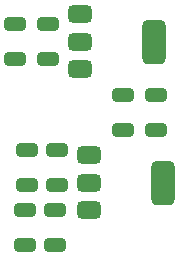
<source format=gbr>
%TF.GenerationSoftware,KiCad,Pcbnew,9.0.5*%
%TF.CreationDate,2025-11-27T16:43:58-05:00*%
%TF.ProjectId,dual_power_supply,6475616c-5f70-46f7-9765-725f73757070,rev?*%
%TF.SameCoordinates,Original*%
%TF.FileFunction,Paste,Top*%
%TF.FilePolarity,Positive*%
%FSLAX46Y46*%
G04 Gerber Fmt 4.6, Leading zero omitted, Abs format (unit mm)*
G04 Created by KiCad (PCBNEW 9.0.5) date 2025-11-27 16:43:58*
%MOMM*%
%LPD*%
G01*
G04 APERTURE LIST*
G04 Aperture macros list*
%AMRoundRect*
0 Rectangle with rounded corners*
0 $1 Rounding radius*
0 $2 $3 $4 $5 $6 $7 $8 $9 X,Y pos of 4 corners*
0 Add a 4 corners polygon primitive as box body*
4,1,4,$2,$3,$4,$5,$6,$7,$8,$9,$2,$3,0*
0 Add four circle primitives for the rounded corners*
1,1,$1+$1,$2,$3*
1,1,$1+$1,$4,$5*
1,1,$1+$1,$6,$7*
1,1,$1+$1,$8,$9*
0 Add four rect primitives between the rounded corners*
20,1,$1+$1,$2,$3,$4,$5,0*
20,1,$1+$1,$4,$5,$6,$7,0*
20,1,$1+$1,$6,$7,$8,$9,0*
20,1,$1+$1,$8,$9,$2,$3,0*%
G04 Aperture macros list end*
%ADD10RoundRect,0.250000X-0.650000X0.325000X-0.650000X-0.325000X0.650000X-0.325000X0.650000X0.325000X0*%
%ADD11RoundRect,0.250000X0.650000X-0.325000X0.650000X0.325000X-0.650000X0.325000X-0.650000X-0.325000X0*%
%ADD12RoundRect,0.375000X-0.625000X-0.375000X0.625000X-0.375000X0.625000X0.375000X-0.625000X0.375000X0*%
%ADD13RoundRect,0.500000X-0.500000X-1.400000X0.500000X-1.400000X0.500000X1.400000X-0.500000X1.400000X0*%
G04 APERTURE END LIST*
D10*
%TO.C,C7*%
X125095000Y-98855000D03*
X125095000Y-101805000D03*
%TD*%
D11*
%TO.C,C3*%
X124460000Y-86057000D03*
X124460000Y-83107000D03*
%TD*%
D10*
%TO.C,C5*%
X133604000Y-89076000D03*
X133604000Y-92026000D03*
%TD*%
%TO.C,C4*%
X130810000Y-89076000D03*
X130810000Y-92026000D03*
%TD*%
D11*
%TO.C,C8*%
X122682000Y-96725000D03*
X122682000Y-93775000D03*
%TD*%
%TO.C,C9*%
X125222000Y-96725000D03*
X125222000Y-93775000D03*
%TD*%
D10*
%TO.C,C6*%
X122555000Y-98855000D03*
X122555000Y-101805000D03*
%TD*%
D12*
%TO.C,U1*%
X127914000Y-94220000D03*
X127914000Y-96520000D03*
D13*
X134214000Y-96520000D03*
D12*
X127914000Y-98820000D03*
%TD*%
D11*
%TO.C,C2*%
X121666000Y-86057000D03*
X121666000Y-83107000D03*
%TD*%
D12*
%TO.C,U2*%
X127152000Y-82282000D03*
X127152000Y-84582000D03*
D13*
X133452000Y-84582000D03*
D12*
X127152000Y-86882000D03*
%TD*%
M02*

</source>
